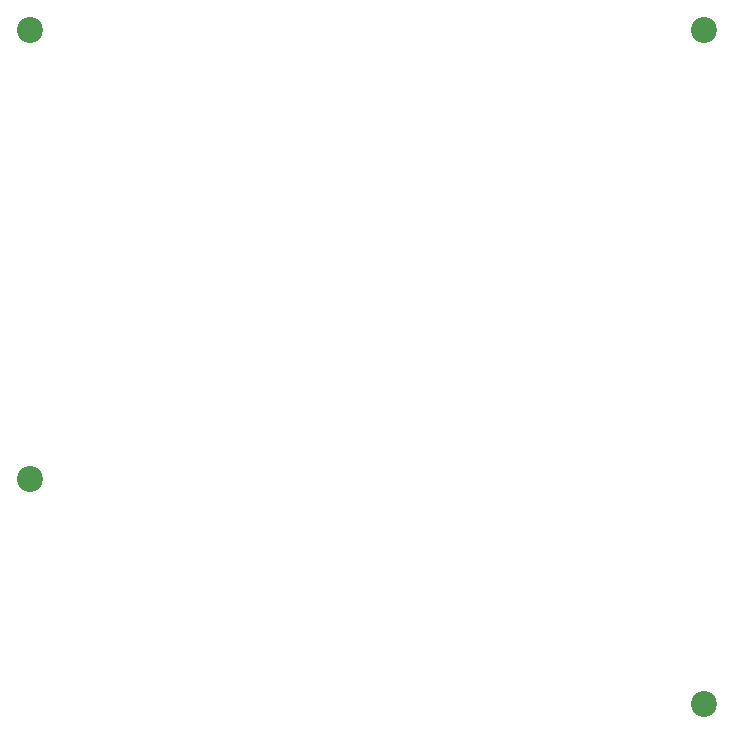
<source format=gts>
G04 #@! TF.FileFunction,Soldermask,Top*
%FSLAX46Y46*%
G04 Gerber Fmt 4.6, Leading zero omitted, Abs format (unit mm)*
G04 Created by KiCad (PCBNEW 4.0.7) date 2017 December 11, Monday 10:28:10*
%MOMM*%
%LPD*%
G01*
G04 APERTURE LIST*
%ADD10C,0.100000*%
%ADD11C,2.200000*%
G04 APERTURE END LIST*
D10*
D11*
X155500000Y-120500000D03*
X155500000Y-63500000D03*
X98500000Y-63500000D03*
X98500000Y-101500000D03*
M02*

</source>
